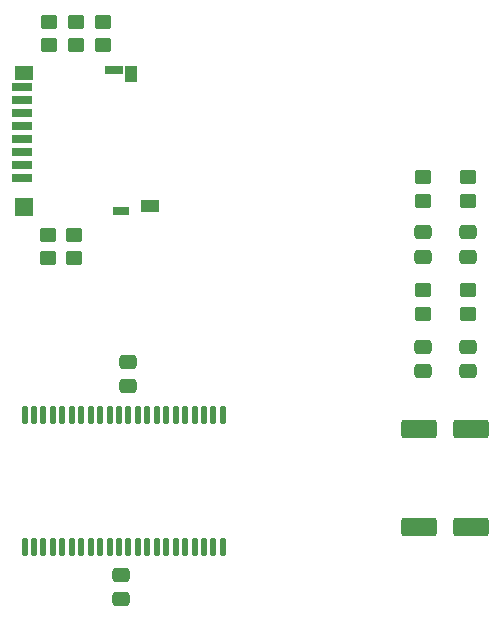
<source format=gbr>
%TF.GenerationSoftware,KiCad,Pcbnew,6.0.7*%
%TF.CreationDate,2022-09-06T19:52:02+02:00*%
%TF.ProjectId,srambrd,7372616d-6272-4642-9e6b-696361645f70,rev?*%
%TF.SameCoordinates,Original*%
%TF.FileFunction,Paste,Top*%
%TF.FilePolarity,Positive*%
%FSLAX46Y46*%
G04 Gerber Fmt 4.6, Leading zero omitted, Abs format (unit mm)*
G04 Created by KiCad (PCBNEW 6.0.7) date 2022-09-06 19:52:02*
%MOMM*%
%LPD*%
G01*
G04 APERTURE LIST*
G04 Aperture macros list*
%AMRoundRect*
0 Rectangle with rounded corners*
0 $1 Rounding radius*
0 $2 $3 $4 $5 $6 $7 $8 $9 X,Y pos of 4 corners*
0 Add a 4 corners polygon primitive as box body*
4,1,4,$2,$3,$4,$5,$6,$7,$8,$9,$2,$3,0*
0 Add four circle primitives for the rounded corners*
1,1,$1+$1,$2,$3*
1,1,$1+$1,$4,$5*
1,1,$1+$1,$6,$7*
1,1,$1+$1,$8,$9*
0 Add four rect primitives between the rounded corners*
20,1,$1+$1,$2,$3,$4,$5,0*
20,1,$1+$1,$4,$5,$6,$7,0*
20,1,$1+$1,$6,$7,$8,$9,0*
20,1,$1+$1,$8,$9,$2,$3,0*%
G04 Aperture macros list end*
%ADD10RoundRect,0.250000X-0.450000X0.350000X-0.450000X-0.350000X0.450000X-0.350000X0.450000X0.350000X0*%
%ADD11RoundRect,0.250000X-1.250000X-0.550000X1.250000X-0.550000X1.250000X0.550000X-1.250000X0.550000X0*%
%ADD12RoundRect,0.250000X0.475000X-0.337500X0.475000X0.337500X-0.475000X0.337500X-0.475000X-0.337500X0*%
%ADD13RoundRect,0.250000X0.450000X-0.350000X0.450000X0.350000X-0.450000X0.350000X-0.450000X-0.350000X0*%
%ADD14RoundRect,0.137500X-0.137500X0.625000X-0.137500X-0.625000X0.137500X-0.625000X0.137500X0.625000X0*%
%ADD15RoundRect,0.250000X-0.475000X0.337500X-0.475000X-0.337500X0.475000X-0.337500X0.475000X0.337500X0*%
%ADD16R,1.750000X0.700000*%
%ADD17R,1.000000X1.450000*%
%ADD18R,1.550000X1.000000*%
%ADD19R,1.400000X0.800000*%
%ADD20R,1.500000X1.300000*%
%ADD21R,1.500000X0.800000*%
%ADD22R,1.500000X1.500000*%
G04 APERTURE END LIST*
D10*
%TO.C,R5*%
X108712000Y-69358000D03*
X108712000Y-71358000D03*
%TD*%
D11*
%TO.C,C7*%
X140040000Y-112123269D03*
X144440000Y-112123269D03*
%TD*%
D10*
%TO.C,R4*%
X110998000Y-69358000D03*
X110998000Y-71358000D03*
%TD*%
D12*
%TO.C,C4*%
X140335000Y-89263269D03*
X140335000Y-87188269D03*
%TD*%
D10*
%TO.C,R6*%
X144145000Y-82548269D03*
X144145000Y-84548269D03*
%TD*%
%TO.C,R9*%
X140335000Y-92073269D03*
X140335000Y-94073269D03*
%TD*%
D13*
%TO.C,R1*%
X108600000Y-89400000D03*
X108600000Y-87400000D03*
%TD*%
D12*
%TO.C,C2*%
X115400000Y-100237500D03*
X115400000Y-98162500D03*
%TD*%
D14*
%TO.C,U1*%
X123400000Y-102662500D03*
X122600000Y-102662500D03*
X121800000Y-102662500D03*
X121000000Y-102662500D03*
X120200000Y-102662500D03*
X119400000Y-102662500D03*
X118600000Y-102662500D03*
X117800000Y-102662500D03*
X117000000Y-102662500D03*
X116200000Y-102662500D03*
X115400000Y-102662500D03*
X114600000Y-102662500D03*
X113800000Y-102662500D03*
X113000000Y-102662500D03*
X112200000Y-102662500D03*
X111400000Y-102662500D03*
X110600000Y-102662500D03*
X109800000Y-102662500D03*
X109000000Y-102662500D03*
X108200000Y-102662500D03*
X107400000Y-102662500D03*
X106600000Y-102662500D03*
X106600000Y-113837500D03*
X107400000Y-113837500D03*
X108200000Y-113837500D03*
X109000000Y-113837500D03*
X109800000Y-113837500D03*
X110600000Y-113837500D03*
X111400000Y-113837500D03*
X112200000Y-113837500D03*
X113000000Y-113837500D03*
X113800000Y-113837500D03*
X114600000Y-113837500D03*
X115400000Y-113837500D03*
X116200000Y-113837500D03*
X117000000Y-113837500D03*
X117800000Y-113837500D03*
X118600000Y-113837500D03*
X119400000Y-113837500D03*
X120200000Y-113837500D03*
X121000000Y-113837500D03*
X121800000Y-113837500D03*
X122600000Y-113837500D03*
X123400000Y-113837500D03*
%TD*%
D10*
%TO.C,R3*%
X113284000Y-69358000D03*
X113284000Y-71358000D03*
%TD*%
D15*
%TO.C,C1*%
X114800000Y-116183500D03*
X114800000Y-118258500D03*
%TD*%
D11*
%TO.C,C8*%
X140040000Y-103868269D03*
X144440000Y-103868269D03*
%TD*%
D12*
%TO.C,C6*%
X140335000Y-98958269D03*
X140335000Y-96883269D03*
%TD*%
D15*
%TO.C,C5*%
X144145000Y-96883269D03*
X144145000Y-98958269D03*
%TD*%
D10*
%TO.C,R7*%
X140335000Y-82548269D03*
X140335000Y-84548269D03*
%TD*%
D15*
%TO.C,C3*%
X144145000Y-87188269D03*
X144145000Y-89263269D03*
%TD*%
D10*
%TO.C,R8*%
X144145000Y-92073269D03*
X144145000Y-94073269D03*
%TD*%
D13*
%TO.C,R2*%
X110800000Y-89400000D03*
X110800000Y-87400000D03*
%TD*%
D16*
%TO.C,J2*%
X106410000Y-82575000D03*
X106410000Y-81475000D03*
X106410000Y-80375000D03*
X106410000Y-79275000D03*
X106410000Y-78175000D03*
X106410000Y-77075000D03*
X106410000Y-75975000D03*
X106410000Y-74875000D03*
D17*
X115635000Y-73750000D03*
D18*
X117210000Y-84975000D03*
D19*
X114785000Y-85375000D03*
D20*
X106535000Y-73675000D03*
D21*
X114135000Y-73425000D03*
D22*
X106535000Y-85025000D03*
%TD*%
M02*

</source>
